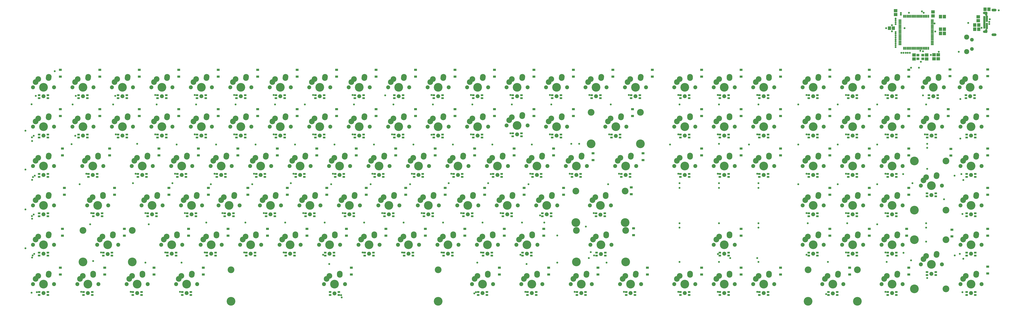
<source format=gbr>
G04 EAGLE Gerber RS-274X export*
G75*
%MOMM*%
%FSLAX34Y34*%
%LPD*%
%INSoldermask Bottom*%
%IPPOS*%
%AMOC8*
5,1,8,0,0,1.08239X$1,22.5*%
G01*
%ADD10C,4.203200*%
%ADD11C,1.903200*%
%ADD12C,2.743200*%
%ADD13R,1.203200X0.953200*%
%ADD14C,3.253200*%
%ADD15R,1.423200X1.113200*%
%ADD16R,1.703200X1.503200*%
%ADD17R,1.503200X1.703200*%
%ADD18P,1.869504X8X292.500000*%
%ADD19C,2.451100*%
%ADD20R,1.803200X1.503200*%
%ADD21R,1.503200X1.803200*%
%ADD22R,1.403200X1.303200*%
%ADD23R,0.762000X1.397000*%
%ADD24R,1.397000X0.762000*%
%ADD25R,1.003200X0.503200*%
%ADD26C,1.303200*%
%ADD27C,1.211200*%
%ADD28C,1.061200*%
%ADD29C,0.959600*%


D10*
X1970200Y869000D03*
D11*
X1919400Y869000D03*
X2021000Y869000D03*
D12*
X1932100Y894400D03*
X1995600Y919800D03*
X1945200Y909000D03*
X1995200Y914000D03*
D13*
X1991200Y831250D03*
X1949200Y831250D03*
X1949200Y816750D03*
X1991200Y816750D03*
D11*
X1970200Y825820D03*
D10*
X255700Y869000D03*
D11*
X204900Y869000D03*
X306500Y869000D03*
D12*
X217600Y894400D03*
X281100Y919800D03*
X230700Y909000D03*
X280700Y914000D03*
D13*
X276700Y831250D03*
X234700Y831250D03*
X234700Y816750D03*
X276700Y816750D03*
D11*
X255700Y825820D03*
D10*
X446200Y869000D03*
D11*
X395400Y869000D03*
X497000Y869000D03*
D12*
X408100Y894400D03*
X471600Y919800D03*
X421200Y909000D03*
X471200Y914000D03*
D13*
X467200Y831250D03*
X425200Y831250D03*
X425200Y816750D03*
X467200Y816750D03*
D11*
X446200Y825820D03*
D10*
X636700Y869000D03*
D11*
X585900Y869000D03*
X687500Y869000D03*
D12*
X598600Y894400D03*
X662100Y919800D03*
X611700Y909000D03*
X661700Y914000D03*
D13*
X657700Y831250D03*
X615700Y831250D03*
X615700Y816750D03*
X657700Y816750D03*
D11*
X636700Y825820D03*
D10*
X827200Y869000D03*
D11*
X776400Y869000D03*
X878000Y869000D03*
D12*
X789100Y894400D03*
X852600Y919800D03*
X802200Y909000D03*
X852200Y914000D03*
D13*
X848200Y831250D03*
X806200Y831250D03*
X806200Y816750D03*
X848200Y816750D03*
D11*
X827200Y825820D03*
D10*
X1017700Y869000D03*
D11*
X966900Y869000D03*
X1068500Y869000D03*
D12*
X979600Y894400D03*
X1043100Y919800D03*
X992700Y909000D03*
X1042700Y914000D03*
D13*
X1038700Y831250D03*
X996700Y831250D03*
X996700Y816750D03*
X1038700Y816750D03*
D11*
X1017700Y825820D03*
D10*
X1208200Y869000D03*
D11*
X1157400Y869000D03*
X1259000Y869000D03*
D12*
X1170100Y894400D03*
X1233600Y919800D03*
X1183200Y909000D03*
X1233200Y914000D03*
D13*
X1229200Y831250D03*
X1187200Y831250D03*
X1187200Y816750D03*
X1229200Y816750D03*
D11*
X1208200Y825820D03*
D10*
X1398700Y869000D03*
D11*
X1347900Y869000D03*
X1449500Y869000D03*
D12*
X1360600Y894400D03*
X1424100Y919800D03*
X1373700Y909000D03*
X1423700Y914000D03*
D13*
X1419700Y831250D03*
X1377700Y831250D03*
X1377700Y816750D03*
X1419700Y816750D03*
D11*
X1398700Y825820D03*
D10*
X1589200Y869000D03*
D11*
X1538400Y869000D03*
X1640000Y869000D03*
D12*
X1551100Y894400D03*
X1614600Y919800D03*
X1564200Y909000D03*
X1614200Y914000D03*
D13*
X1610200Y831250D03*
X1568200Y831250D03*
X1568200Y816750D03*
X1610200Y816750D03*
D11*
X1589200Y825820D03*
D10*
X1779700Y869000D03*
D11*
X1728900Y869000D03*
X1830500Y869000D03*
D12*
X1741600Y894400D03*
X1805100Y919800D03*
X1754700Y909000D03*
X1804700Y914000D03*
D13*
X1800700Y831250D03*
X1758700Y831250D03*
X1758700Y816750D03*
X1800700Y816750D03*
D11*
X1779700Y825820D03*
D10*
X398600Y488000D03*
D11*
X347800Y488000D03*
X449400Y488000D03*
D12*
X360500Y513400D03*
X424000Y538800D03*
X373600Y528000D03*
X423600Y533000D03*
D13*
X419600Y450250D03*
X377600Y450250D03*
X377600Y435750D03*
X419600Y435750D03*
D11*
X398600Y444820D03*
D10*
X565300Y107000D03*
D11*
X514500Y107000D03*
X616100Y107000D03*
D12*
X527200Y132400D03*
X590700Y157800D03*
X540300Y147000D03*
X590300Y152000D03*
D13*
X586300Y69250D03*
X544300Y69250D03*
X544300Y54750D03*
X586300Y54750D03*
D11*
X565300Y63820D03*
D10*
X1994000Y107000D03*
D11*
X1943200Y107000D03*
X2044800Y107000D03*
D12*
X1955900Y132400D03*
X2019400Y157800D03*
X1969000Y147000D03*
X2019000Y152000D03*
D13*
X2015000Y69250D03*
X1973000Y69250D03*
X1973000Y54750D03*
X2015000Y54750D03*
D11*
X1994000Y63820D03*
D10*
X1255800Y297500D03*
D11*
X1205000Y297500D03*
X1306600Y297500D03*
D12*
X1217700Y322900D03*
X1281200Y348300D03*
X1230800Y337500D03*
X1280800Y342500D03*
D13*
X1276800Y259750D03*
X1234800Y259750D03*
X1234800Y245250D03*
X1276800Y245250D03*
D11*
X1255800Y254320D03*
D10*
X2684600Y678500D03*
D11*
X2633800Y678500D03*
X2735400Y678500D03*
D12*
X2646500Y703900D03*
X2710000Y729300D03*
X2659600Y718500D03*
X2709600Y723500D03*
D13*
X2705600Y640750D03*
X2663600Y640750D03*
X2663600Y626250D03*
X2705600Y626250D03*
D11*
X2684600Y635320D03*
D10*
X3589500Y1059500D03*
D11*
X3538700Y1059500D03*
X3640300Y1059500D03*
D12*
X3551400Y1084900D03*
X3614900Y1110300D03*
X3564500Y1099500D03*
X3614500Y1104500D03*
D13*
X3610500Y1021750D03*
X3568500Y1021750D03*
X3568500Y1007250D03*
X3610500Y1007250D03*
D11*
X3589500Y1016320D03*
D10*
X2637000Y869000D03*
D11*
X2586200Y869000D03*
X2687800Y869000D03*
D14*
X2518000Y939000D03*
X2756000Y939000D03*
D10*
X2518000Y786600D03*
X2756000Y786600D03*
D12*
X2598900Y894400D03*
X2662400Y919800D03*
X2612000Y909000D03*
X2662000Y914000D03*
D13*
X2658000Y831250D03*
X2616000Y831250D03*
X2616000Y816750D03*
X2658000Y816750D03*
D11*
X2637000Y824550D03*
D10*
X4351500Y107000D03*
D11*
X4300700Y107000D03*
X4402300Y107000D03*
D12*
X4313400Y132400D03*
X4376900Y157800D03*
X4326500Y147000D03*
X4376500Y152000D03*
D13*
X4372500Y69250D03*
X4330500Y69250D03*
X4330500Y54750D03*
X4372500Y54750D03*
D11*
X4351500Y63820D03*
D10*
X874800Y297500D03*
D11*
X824000Y297500D03*
X925600Y297500D03*
D12*
X836700Y322900D03*
X900200Y348300D03*
X849800Y337500D03*
X899800Y342500D03*
D13*
X895800Y259750D03*
X853800Y259750D03*
X853800Y245250D03*
X895800Y245250D03*
D11*
X874800Y254320D03*
D10*
X136600Y488000D03*
D11*
X85800Y488000D03*
X187400Y488000D03*
D12*
X98500Y513400D03*
X162000Y538800D03*
X111600Y528000D03*
X161600Y533000D03*
D13*
X157600Y450250D03*
X115600Y450250D03*
X115600Y435750D03*
X157600Y435750D03*
D11*
X136600Y444820D03*
D10*
X1827300Y297500D03*
D11*
X1776500Y297500D03*
X1878100Y297500D03*
D12*
X1789200Y322900D03*
X1852700Y348300D03*
X1802300Y337500D03*
X1852300Y342500D03*
D13*
X1848300Y259750D03*
X1806300Y259750D03*
X1806300Y245250D03*
X1848300Y245250D03*
D11*
X1827300Y254320D03*
D10*
X89000Y107000D03*
D11*
X38200Y107000D03*
X139800Y107000D03*
D12*
X50900Y132400D03*
X114400Y157800D03*
X64000Y147000D03*
X114000Y152000D03*
D13*
X110000Y69250D03*
X68000Y69250D03*
X68000Y54750D03*
X110000Y54750D03*
D11*
X89000Y63820D03*
D10*
X2708400Y107000D03*
D11*
X2657600Y107000D03*
X2759200Y107000D03*
D12*
X2670300Y132400D03*
X2733800Y157800D03*
X2683400Y147000D03*
X2733400Y152000D03*
D13*
X2729400Y69250D03*
X2687400Y69250D03*
X2687400Y54750D03*
X2729400Y54750D03*
D11*
X2708400Y63820D03*
D10*
X770367Y487998D03*
D11*
X719567Y487998D03*
X821167Y487998D03*
D12*
X732267Y513398D03*
X795767Y538798D03*
X745367Y527998D03*
X795367Y532998D03*
D13*
X791367Y450248D03*
X749367Y450248D03*
X749367Y435748D03*
X791367Y435748D03*
D11*
X770367Y444818D03*
D15*
X2051300Y953750D03*
X2051300Y921050D03*
X336800Y953750D03*
X336800Y921050D03*
X527300Y953750D03*
X527300Y921050D03*
X717800Y953750D03*
X717800Y921050D03*
X908300Y953750D03*
X908300Y921050D03*
X1098800Y953750D03*
X1098800Y921050D03*
X1289300Y953750D03*
X1289300Y921050D03*
X1479800Y953750D03*
X1479800Y921050D03*
X1670300Y953750D03*
X1670300Y921050D03*
X1860800Y953750D03*
X1860800Y921050D03*
X479700Y572750D03*
X479700Y540050D03*
X646400Y186670D03*
X646400Y153970D03*
X2075100Y186670D03*
X2075100Y153970D03*
D10*
X2160700Y875000D03*
D11*
X2109900Y875000D03*
X2211500Y875000D03*
D12*
X2122600Y900400D03*
X2186100Y925800D03*
X2135700Y915000D03*
X2185700Y920000D03*
D13*
X2181700Y837250D03*
X2139700Y837250D03*
X2139700Y822750D03*
X2181700Y822750D03*
D11*
X2160700Y831820D03*
D15*
X1336900Y374630D03*
X1336900Y341930D03*
X2768240Y740390D03*
X2768240Y707690D03*
X3670600Y1144250D03*
X3670600Y1111550D03*
X2718100Y953750D03*
X2718100Y921050D03*
X4432600Y191750D03*
X4432600Y159050D03*
X955900Y374630D03*
X955900Y341930D03*
X217700Y572750D03*
X217700Y540050D03*
X1908400Y374630D03*
X1908400Y341930D03*
X170100Y186670D03*
X170100Y153970D03*
X2789500Y186670D03*
X2789500Y153970D03*
X860700Y572750D03*
X860700Y540050D03*
X2241800Y953750D03*
X2241800Y921050D03*
X3051400Y763250D03*
X3051400Y730550D03*
X4432600Y374630D03*
X4432600Y341930D03*
X3241900Y186670D03*
X3241900Y153970D03*
X813100Y763250D03*
X813100Y730550D03*
D10*
X2970300Y678500D03*
D11*
X2919500Y678500D03*
X3021100Y678500D03*
D12*
X2932200Y703900D03*
X2995700Y729300D03*
X2945300Y718500D03*
X2995300Y723500D03*
D13*
X2991300Y640750D03*
X2949300Y640750D03*
X2949300Y626250D03*
X2991300Y626250D03*
D11*
X2970300Y635320D03*
D10*
X4351500Y297500D03*
D11*
X4300700Y297500D03*
X4402300Y297500D03*
D12*
X4313400Y322900D03*
X4376900Y348300D03*
X4326500Y337500D03*
X4376500Y342500D03*
D13*
X4372500Y259750D03*
X4330500Y259750D03*
X4330500Y245250D03*
X4372500Y245250D03*
D11*
X4351500Y254320D03*
D15*
X3241900Y763250D03*
X3241900Y730550D03*
X2711980Y575290D03*
X2711980Y542590D03*
X4259880Y370870D03*
X4259880Y338170D03*
X2432300Y953750D03*
X2432300Y921050D03*
X4254800Y762030D03*
X4254800Y729330D03*
X146300Y1144250D03*
X146300Y1111550D03*
X1051200Y572750D03*
X1051200Y540050D03*
X336800Y1144250D03*
X336800Y1111550D03*
X2051300Y1144250D03*
X2051300Y1111550D03*
X2241800Y1144250D03*
X2241800Y1111550D03*
X2432300Y1144250D03*
X2432300Y1111550D03*
X527300Y1144250D03*
X527300Y1111550D03*
X717800Y1144250D03*
X717800Y1111550D03*
X908300Y1144250D03*
X908300Y1111550D03*
X1098800Y1144250D03*
X1098800Y1111550D03*
X1289300Y1144250D03*
X1289300Y1111550D03*
X1479800Y1144250D03*
X1479800Y1111550D03*
X1670300Y1144250D03*
X1670300Y1111550D03*
X1860800Y1144250D03*
X1860800Y1111550D03*
X1241700Y572750D03*
X1241700Y540050D03*
X146300Y953750D03*
X146300Y921050D03*
X1432200Y572750D03*
X1432200Y540050D03*
X3241900Y953750D03*
X3241900Y921050D03*
X1765600Y763250D03*
X1765600Y730550D03*
X3051400Y953750D03*
X3051400Y921050D03*
X1622700Y572750D03*
X1622700Y540050D03*
X1813200Y572750D03*
X1813200Y540050D03*
X3765800Y186670D03*
X3765800Y153970D03*
X3670600Y374630D03*
X3670600Y341930D03*
X3861100Y374630D03*
X3861100Y341930D03*
X4041440Y374630D03*
X4041440Y341930D03*
X3670600Y572750D03*
X3670600Y540050D03*
X4432600Y763250D03*
X4432600Y730550D03*
X3861100Y572750D03*
X3861100Y540050D03*
X4051600Y572750D03*
X4051600Y540050D03*
X4432600Y572750D03*
X4432600Y540050D03*
X3670600Y763250D03*
X3670600Y730550D03*
X3861100Y763250D03*
X3861100Y730550D03*
X4051600Y763250D03*
X4051600Y730550D03*
X4051600Y953750D03*
X4051600Y921050D03*
X4242100Y953750D03*
X4242100Y921050D03*
X4051600Y186670D03*
X4051600Y153970D03*
X3861100Y953750D03*
X3861100Y921050D03*
X2003700Y572750D03*
X2003700Y540050D03*
X2337100Y763250D03*
X2337100Y730550D03*
X3051400Y186670D03*
X3051400Y153970D03*
X1717900Y374630D03*
X1717900Y341930D03*
X2551400Y186670D03*
X2551400Y153970D03*
X1527400Y374630D03*
X1527400Y341930D03*
X4051600Y1144250D03*
X4051600Y1111550D03*
X3670600Y953750D03*
X3670600Y921050D03*
X1956100Y763250D03*
X1956100Y730550D03*
D10*
X3160800Y107000D03*
D11*
X3110000Y107000D03*
X3211600Y107000D03*
D12*
X3122700Y132400D03*
X3186200Y157800D03*
X3135800Y147000D03*
X3185800Y152000D03*
D13*
X3181800Y69250D03*
X3139800Y69250D03*
X3139800Y54750D03*
X3181800Y54750D03*
D11*
X3160800Y63820D03*
D15*
X2146600Y763250D03*
X2146600Y730550D03*
X3432400Y1144250D03*
X3432400Y1111550D03*
X3861100Y1144250D03*
X3861100Y1111550D03*
X2098900Y374630D03*
X2098900Y341930D03*
X3432400Y763250D03*
X3432400Y730550D03*
X3432400Y953750D03*
X3432400Y921050D03*
X3051400Y1144250D03*
X3051400Y1111550D03*
X432100Y763250D03*
X432100Y730550D03*
X2384700Y572750D03*
X2384700Y540050D03*
X1003600Y763250D03*
X1003600Y730550D03*
X2527600Y740390D03*
X2527600Y707690D03*
X3432400Y186670D03*
X3432400Y153970D03*
X670200Y572750D03*
X670200Y540050D03*
X3241900Y1144250D03*
X3241900Y1111550D03*
X2194200Y572750D03*
X2194200Y540050D03*
X265400Y374630D03*
X265400Y341930D03*
X2722800Y377170D03*
X2722800Y344470D03*
X2289400Y374630D03*
X2289400Y341930D03*
X1360700Y186670D03*
X1360700Y153970D03*
X1194100Y763250D03*
X1194100Y730550D03*
X193900Y763250D03*
X193900Y730550D03*
X1575100Y763250D03*
X1575100Y730550D03*
X4432600Y953750D03*
X4432600Y921050D03*
X3241900Y374630D03*
X3241900Y341930D03*
X1146400Y374630D03*
X1146400Y341930D03*
X2622800Y1144250D03*
X2622800Y1111550D03*
X2813300Y1144250D03*
X2813300Y1111550D03*
X622600Y763250D03*
X622600Y730550D03*
X408200Y186670D03*
X408200Y153970D03*
X2313200Y186670D03*
X2313200Y153970D03*
X765400Y374630D03*
X765400Y341930D03*
X1384600Y763250D03*
X1384600Y730550D03*
X574900Y374630D03*
X574900Y341930D03*
D10*
X732000Y678500D03*
D11*
X681200Y678500D03*
X782800Y678500D03*
D12*
X693900Y703900D03*
X757400Y729300D03*
X707000Y718500D03*
X757000Y723500D03*
D13*
X753000Y640750D03*
X711000Y640750D03*
X711000Y626250D03*
X753000Y626250D03*
D11*
X732000Y635320D03*
D10*
X3160800Y678500D03*
D11*
X3110000Y678500D03*
X3211600Y678500D03*
D12*
X3122700Y703900D03*
X3186200Y729300D03*
X3135800Y718500D03*
X3185800Y723500D03*
D13*
X3181800Y640750D03*
X3139800Y640750D03*
X3139800Y626250D03*
X3181800Y626250D03*
D11*
X3160800Y635320D03*
D10*
X2351200Y869000D03*
D11*
X2300400Y869000D03*
X2402000Y869000D03*
D12*
X2313100Y894400D03*
X2376600Y919800D03*
X2326200Y909000D03*
X2376200Y914000D03*
D13*
X2372200Y831250D03*
X2330200Y831250D03*
X2330200Y816750D03*
X2372200Y816750D03*
D11*
X2351200Y825820D03*
D10*
X65200Y1059500D03*
D11*
X14400Y1059500D03*
X116000Y1059500D03*
D12*
X27100Y1084900D03*
X90600Y1110300D03*
X40200Y1099500D03*
X90200Y1104500D03*
D13*
X86200Y1021750D03*
X44200Y1021750D03*
X44200Y1007250D03*
X86200Y1007250D03*
D11*
X65200Y1016320D03*
D10*
X970100Y488000D03*
D11*
X919300Y488000D03*
X1020900Y488000D03*
D12*
X932000Y513400D03*
X995500Y538800D03*
X945100Y528000D03*
X995100Y533000D03*
D13*
X991100Y450250D03*
X949100Y450250D03*
X949100Y435750D03*
X991100Y435750D03*
D11*
X970100Y444820D03*
D10*
X255700Y1059500D03*
D11*
X204900Y1059500D03*
X306500Y1059500D03*
D12*
X217600Y1084900D03*
X281100Y1110300D03*
X230700Y1099500D03*
X280700Y1104500D03*
D13*
X276700Y1021750D03*
X234700Y1021750D03*
X234700Y1007250D03*
X276700Y1007250D03*
D11*
X255700Y1016320D03*
D10*
X1970200Y1059500D03*
D11*
X1919400Y1059500D03*
X2021000Y1059500D03*
D12*
X1932100Y1084900D03*
X1995600Y1110300D03*
X1945200Y1099500D03*
X1995200Y1104500D03*
D13*
X1991200Y1021750D03*
X1949200Y1021750D03*
X1949200Y1007250D03*
X1991200Y1007250D03*
D11*
X1970200Y1016320D03*
D10*
X2160700Y1059500D03*
D11*
X2109900Y1059500D03*
X2211500Y1059500D03*
D12*
X2122600Y1084900D03*
X2186100Y1110300D03*
X2135700Y1099500D03*
X2185700Y1104500D03*
D13*
X2181700Y1021750D03*
X2139700Y1021750D03*
X2139700Y1007250D03*
X2181700Y1007250D03*
D11*
X2160700Y1016320D03*
D10*
X2351200Y1059500D03*
D11*
X2300400Y1059500D03*
X2402000Y1059500D03*
D12*
X2313100Y1084900D03*
X2376600Y1110300D03*
X2326200Y1099500D03*
X2376200Y1104500D03*
D13*
X2372200Y1021750D03*
X2330200Y1021750D03*
X2330200Y1007250D03*
X2372200Y1007250D03*
D11*
X2351200Y1016320D03*
D10*
X446200Y1059500D03*
D11*
X395400Y1059500D03*
X497000Y1059500D03*
D12*
X408100Y1084900D03*
X471600Y1110300D03*
X421200Y1099500D03*
X471200Y1104500D03*
D13*
X467200Y1021750D03*
X425200Y1021750D03*
X425200Y1007250D03*
X467200Y1007250D03*
D11*
X446200Y1016320D03*
D10*
X636700Y1059500D03*
D11*
X585900Y1059500D03*
X687500Y1059500D03*
D12*
X598600Y1084900D03*
X662100Y1110300D03*
X611700Y1099500D03*
X661700Y1104500D03*
D13*
X657700Y1021750D03*
X615700Y1021750D03*
X615700Y1007250D03*
X657700Y1007250D03*
D11*
X636700Y1016320D03*
D10*
X827200Y1059500D03*
D11*
X776400Y1059500D03*
X878000Y1059500D03*
D12*
X789100Y1084900D03*
X852600Y1110300D03*
X802200Y1099500D03*
X852200Y1104500D03*
D13*
X848200Y1021750D03*
X806200Y1021750D03*
X806200Y1007250D03*
X848200Y1007250D03*
D11*
X827200Y1016320D03*
D10*
X1017700Y1059500D03*
D11*
X966900Y1059500D03*
X1068500Y1059500D03*
D12*
X979600Y1084900D03*
X1043100Y1110300D03*
X992700Y1099500D03*
X1042700Y1104500D03*
D13*
X1038700Y1021750D03*
X996700Y1021750D03*
X996700Y1007250D03*
X1038700Y1007250D03*
D11*
X1017700Y1016320D03*
D10*
X1208200Y1059500D03*
D11*
X1157400Y1059500D03*
X1259000Y1059500D03*
D12*
X1170100Y1084900D03*
X1233600Y1110300D03*
X1183200Y1099500D03*
X1233200Y1104500D03*
D13*
X1229200Y1021750D03*
X1187200Y1021750D03*
X1187200Y1007250D03*
X1229200Y1007250D03*
D11*
X1208200Y1016320D03*
D10*
X1398700Y1059500D03*
D11*
X1347900Y1059500D03*
X1449500Y1059500D03*
D12*
X1360600Y1084900D03*
X1424100Y1110300D03*
X1373700Y1099500D03*
X1423700Y1104500D03*
D13*
X1419700Y1021750D03*
X1377700Y1021750D03*
X1377700Y1007250D03*
X1419700Y1007250D03*
D11*
X1398700Y1016320D03*
D10*
X1589200Y1059500D03*
D11*
X1538400Y1059500D03*
X1640000Y1059500D03*
D12*
X1551100Y1084900D03*
X1614600Y1110300D03*
X1564200Y1099500D03*
X1614200Y1104500D03*
D13*
X1610200Y1021750D03*
X1568200Y1021750D03*
X1568200Y1007250D03*
X1610200Y1007250D03*
D11*
X1589200Y1016320D03*
D10*
X1779700Y1059500D03*
D11*
X1728900Y1059500D03*
X1830500Y1059500D03*
D12*
X1741600Y1084900D03*
X1805100Y1110300D03*
X1754700Y1099500D03*
X1804700Y1104500D03*
D13*
X1800700Y1021750D03*
X1758700Y1021750D03*
X1758700Y1007250D03*
X1800700Y1007250D03*
D11*
X1779700Y1016320D03*
D10*
X1160600Y488000D03*
D11*
X1109800Y488000D03*
X1211400Y488000D03*
D12*
X1122500Y513400D03*
X1186000Y538800D03*
X1135600Y528000D03*
X1185600Y533000D03*
D13*
X1181600Y450250D03*
X1139600Y450250D03*
X1139600Y435750D03*
X1181600Y435750D03*
D11*
X1160600Y444820D03*
D10*
X65200Y869000D03*
D11*
X14400Y869000D03*
X116000Y869000D03*
D12*
X27100Y894400D03*
X90600Y919800D03*
X40200Y909000D03*
X90200Y914000D03*
D13*
X86200Y831250D03*
X44200Y831250D03*
X44200Y816750D03*
X86200Y816750D03*
D11*
X65200Y825820D03*
D10*
X1351100Y488000D03*
D11*
X1300300Y488000D03*
X1401900Y488000D03*
D12*
X1313000Y513400D03*
X1376500Y538800D03*
X1326100Y528000D03*
X1376100Y533000D03*
D13*
X1372100Y450250D03*
X1330100Y450250D03*
X1330100Y435750D03*
X1372100Y435750D03*
D11*
X1351100Y444820D03*
D10*
X3160800Y869000D03*
D11*
X3110000Y869000D03*
X3211600Y869000D03*
D12*
X3122700Y894400D03*
X3186200Y919800D03*
X3135800Y909000D03*
X3185800Y914000D03*
D13*
X3181800Y831250D03*
X3139800Y831250D03*
X3139800Y816750D03*
X3181800Y816750D03*
D11*
X3160800Y825820D03*
D10*
X1684500Y678500D03*
D11*
X1633700Y678500D03*
X1735300Y678500D03*
D12*
X1646400Y703900D03*
X1709900Y729300D03*
X1659500Y718500D03*
X1709500Y723500D03*
D13*
X1705500Y640750D03*
X1663500Y640750D03*
X1663500Y626250D03*
X1705500Y626250D03*
D11*
X1684500Y635320D03*
D10*
X2970300Y869000D03*
D11*
X2919500Y869000D03*
X3021100Y869000D03*
D12*
X2932200Y894400D03*
X2995700Y919800D03*
X2945300Y909000D03*
X2995300Y914000D03*
D13*
X2991300Y831250D03*
X2949300Y831250D03*
X2949300Y816750D03*
X2991300Y816750D03*
D11*
X2970300Y825820D03*
D10*
X1541600Y488000D03*
D11*
X1490800Y488000D03*
X1592400Y488000D03*
D12*
X1503500Y513400D03*
X1567000Y538800D03*
X1516600Y528000D03*
X1566600Y533000D03*
D13*
X1562600Y450250D03*
X1520600Y450250D03*
X1520600Y435750D03*
X1562600Y435750D03*
D11*
X1541600Y444820D03*
D10*
X1732100Y488000D03*
D11*
X1681300Y488000D03*
X1782900Y488000D03*
D12*
X1694000Y513400D03*
X1757500Y538800D03*
X1707100Y528000D03*
X1757100Y533000D03*
D13*
X1753100Y450250D03*
X1711100Y450250D03*
X1711100Y435750D03*
X1753100Y435750D03*
D11*
X1732100Y444820D03*
D10*
X3684700Y107000D03*
D11*
X3633900Y107000D03*
X3735500Y107000D03*
D14*
X3565700Y177000D03*
X3803700Y177000D03*
D10*
X3565700Y24600D03*
X3803700Y24600D03*
D12*
X3646600Y132400D03*
X3710100Y157800D03*
X3659700Y147000D03*
X3709700Y152000D03*
D13*
X3705700Y69250D03*
X3663700Y69250D03*
X3663700Y54750D03*
X3705700Y54750D03*
D11*
X3684700Y62550D03*
D10*
X3589500Y297500D03*
D11*
X3538700Y297500D03*
X3640300Y297500D03*
D12*
X3551400Y322900D03*
X3614900Y348300D03*
X3564500Y337500D03*
X3614500Y342500D03*
D13*
X3610500Y259750D03*
X3568500Y259750D03*
X3568500Y245250D03*
X3610500Y245250D03*
D11*
X3589500Y254320D03*
D10*
X3780000Y297500D03*
D11*
X3729200Y297500D03*
X3830800Y297500D03*
D12*
X3741900Y322900D03*
X3805400Y348300D03*
X3755000Y337500D03*
X3805000Y342500D03*
D13*
X3801000Y259750D03*
X3759000Y259750D03*
X3759000Y245250D03*
X3801000Y245250D03*
D11*
X3780000Y254320D03*
D10*
X3970500Y297500D03*
D11*
X3919700Y297500D03*
X4021300Y297500D03*
D12*
X3932400Y322900D03*
X3995900Y348300D03*
X3945500Y337500D03*
X3995500Y342500D03*
D13*
X3991500Y259750D03*
X3949500Y259750D03*
X3949500Y245250D03*
X3991500Y245250D03*
D11*
X3970500Y254320D03*
D10*
X3589500Y488000D03*
D11*
X3538700Y488000D03*
X3640300Y488000D03*
D12*
X3551400Y513400D03*
X3614900Y538800D03*
X3564500Y528000D03*
X3614500Y533000D03*
D13*
X3610500Y450250D03*
X3568500Y450250D03*
X3568500Y435750D03*
X3610500Y435750D03*
D11*
X3589500Y444820D03*
D10*
X4351500Y678500D03*
D11*
X4300700Y678500D03*
X4402300Y678500D03*
D12*
X4313400Y703900D03*
X4376900Y729300D03*
X4326500Y718500D03*
X4376500Y723500D03*
D13*
X4372500Y640750D03*
X4330500Y640750D03*
X4330500Y626250D03*
X4372500Y626250D03*
D11*
X4351500Y635320D03*
D10*
X3780000Y488000D03*
D11*
X3729200Y488000D03*
X3830800Y488000D03*
D12*
X3741900Y513400D03*
X3805400Y538800D03*
X3755000Y528000D03*
X3805000Y533000D03*
D13*
X3801000Y450250D03*
X3759000Y450250D03*
X3759000Y435750D03*
X3801000Y435750D03*
D11*
X3780000Y444820D03*
D10*
X3970500Y488000D03*
D11*
X3919700Y488000D03*
X4021300Y488000D03*
D12*
X3932400Y513400D03*
X3995900Y538800D03*
X3945500Y528000D03*
X3995500Y533000D03*
D13*
X3991500Y450250D03*
X3949500Y450250D03*
X3949500Y435750D03*
X3991500Y435750D03*
D11*
X3970500Y444820D03*
D10*
X4351500Y488000D03*
D11*
X4300700Y488000D03*
X4402300Y488000D03*
D12*
X4313400Y513400D03*
X4376900Y538800D03*
X4326500Y528000D03*
X4376500Y533000D03*
D13*
X4372500Y450250D03*
X4330500Y450250D03*
X4330500Y435750D03*
X4372500Y435750D03*
D11*
X4351500Y444820D03*
D10*
X3589500Y678500D03*
D11*
X3538700Y678500D03*
X3640300Y678500D03*
D12*
X3551400Y703900D03*
X3614900Y729300D03*
X3564500Y718500D03*
X3614500Y723500D03*
D13*
X3610500Y640750D03*
X3568500Y640750D03*
X3568500Y626250D03*
X3610500Y626250D03*
D11*
X3589500Y635320D03*
D10*
X3780000Y678500D03*
D11*
X3729200Y678500D03*
X3830800Y678500D03*
D12*
X3741900Y703900D03*
X3805400Y729300D03*
X3755000Y718500D03*
X3805000Y723500D03*
D13*
X3801000Y640750D03*
X3759000Y640750D03*
X3759000Y626250D03*
X3801000Y626250D03*
D11*
X3780000Y635320D03*
D10*
X3970500Y678500D03*
D11*
X3919700Y678500D03*
X4021300Y678500D03*
D12*
X3932400Y703900D03*
X3995900Y729300D03*
X3945500Y718500D03*
X3995500Y723500D03*
D13*
X3991500Y640750D03*
X3949500Y640750D03*
X3949500Y626250D03*
X3991500Y626250D03*
D11*
X3970500Y635320D03*
D10*
X3970500Y869000D03*
D11*
X3919700Y869000D03*
X4021300Y869000D03*
D12*
X3932400Y894400D03*
X3995900Y919800D03*
X3945500Y909000D03*
X3995500Y914000D03*
D13*
X3991500Y831250D03*
X3949500Y831250D03*
X3949500Y816750D03*
X3991500Y816750D03*
D11*
X3970500Y825820D03*
D10*
X4161000Y869000D03*
D11*
X4110200Y869000D03*
X4211800Y869000D03*
D12*
X4122900Y894400D03*
X4186400Y919800D03*
X4136000Y909000D03*
X4186000Y914000D03*
D13*
X4182000Y831250D03*
X4140000Y831250D03*
X4140000Y816750D03*
X4182000Y816750D03*
D11*
X4161000Y825820D03*
D10*
X3970500Y107000D03*
D11*
X3919700Y107000D03*
X4021300Y107000D03*
D12*
X3932400Y132400D03*
X3995900Y157800D03*
X3945500Y147000D03*
X3995500Y152000D03*
D13*
X3991500Y69250D03*
X3949500Y69250D03*
X3949500Y54750D03*
X3991500Y54750D03*
D11*
X3970500Y63820D03*
D10*
X3780000Y869000D03*
D11*
X3729200Y869000D03*
X3830800Y869000D03*
D12*
X3741900Y894400D03*
X3805400Y919800D03*
X3755000Y909000D03*
X3805000Y914000D03*
D13*
X3801000Y831250D03*
X3759000Y831250D03*
X3759000Y816750D03*
X3801000Y816750D03*
D11*
X3780000Y825820D03*
D10*
X1922600Y488000D03*
D11*
X1871800Y488000D03*
X1973400Y488000D03*
D12*
X1884500Y513400D03*
X1948000Y538800D03*
X1897600Y528000D03*
X1947600Y533000D03*
D13*
X1943600Y450250D03*
X1901600Y450250D03*
X1901600Y435750D03*
X1943600Y435750D03*
D11*
X1922600Y444820D03*
D10*
X2256000Y678500D03*
D11*
X2205200Y678500D03*
X2306800Y678500D03*
D12*
X2217900Y703900D03*
X2281400Y729300D03*
X2231000Y718500D03*
X2281000Y723500D03*
D13*
X2277000Y640750D03*
X2235000Y640750D03*
X2235000Y626250D03*
X2277000Y626250D03*
D11*
X2256000Y635320D03*
D10*
X2970300Y107000D03*
D11*
X2919500Y107000D03*
X3021100Y107000D03*
D12*
X2932200Y132400D03*
X2995700Y157800D03*
X2945300Y147000D03*
X2995300Y152000D03*
D13*
X2991300Y69250D03*
X2949300Y69250D03*
X2949300Y54750D03*
X2991300Y54750D03*
D11*
X2970300Y63820D03*
D10*
X1636800Y297500D03*
D11*
X1586000Y297500D03*
X1687600Y297500D03*
D12*
X1598700Y322900D03*
X1662200Y348300D03*
X1611800Y337500D03*
X1661800Y342500D03*
D13*
X1657800Y259750D03*
X1615800Y259750D03*
X1615800Y245250D03*
X1657800Y245250D03*
D11*
X1636800Y254320D03*
D10*
X2470300Y107000D03*
D11*
X2419500Y107000D03*
X2521100Y107000D03*
D12*
X2432200Y132400D03*
X2495700Y157800D03*
X2445300Y147000D03*
X2495300Y152000D03*
D13*
X2491300Y69250D03*
X2449300Y69250D03*
X2449300Y54750D03*
X2491300Y54750D03*
D11*
X2470300Y63820D03*
D10*
X1446300Y297500D03*
D11*
X1395500Y297500D03*
X1497100Y297500D03*
D12*
X1408200Y322900D03*
X1471700Y348300D03*
X1421300Y337500D03*
X1471300Y342500D03*
D13*
X1467300Y259750D03*
X1425300Y259750D03*
X1425300Y245250D03*
X1467300Y245250D03*
D11*
X1446300Y254320D03*
D10*
X3970500Y1059500D03*
D11*
X3919700Y1059500D03*
X4021300Y1059500D03*
D12*
X3932400Y1084900D03*
X3995900Y1110300D03*
X3945500Y1099500D03*
X3995500Y1104500D03*
D13*
X3991500Y1021750D03*
X3949500Y1021750D03*
X3949500Y1007250D03*
X3991500Y1007250D03*
D11*
X3970500Y1016320D03*
D10*
X3589500Y869000D03*
D11*
X3538700Y869000D03*
X3640300Y869000D03*
D12*
X3551400Y894400D03*
X3614900Y919800D03*
X3564500Y909000D03*
X3614500Y914000D03*
D13*
X3610500Y831250D03*
X3568500Y831250D03*
X3568500Y816750D03*
X3610500Y816750D03*
D11*
X3589500Y825820D03*
D10*
X1875000Y678500D03*
D11*
X1824200Y678500D03*
X1925800Y678500D03*
D12*
X1836900Y703900D03*
X1900400Y729300D03*
X1850000Y718500D03*
X1900000Y723500D03*
D13*
X1896000Y640750D03*
X1854000Y640750D03*
X1854000Y626250D03*
X1896000Y626250D03*
D11*
X1875000Y635320D03*
D10*
X2065500Y678500D03*
D11*
X2014700Y678500D03*
X2116300Y678500D03*
D12*
X2027400Y703900D03*
X2090900Y729300D03*
X2040500Y718500D03*
X2090500Y723500D03*
D13*
X2086500Y640750D03*
X2044500Y640750D03*
X2044500Y626250D03*
X2086500Y626250D03*
D11*
X2065500Y635320D03*
D10*
X3351300Y1059500D03*
D11*
X3300500Y1059500D03*
X3402100Y1059500D03*
D12*
X3313200Y1084900D03*
X3376700Y1110300D03*
X3326300Y1099500D03*
X3376300Y1104500D03*
D13*
X3372300Y1021750D03*
X3330300Y1021750D03*
X3330300Y1007250D03*
X3372300Y1007250D03*
D11*
X3351300Y1016320D03*
D10*
X3780000Y1059500D03*
D11*
X3729200Y1059500D03*
X3830800Y1059500D03*
D12*
X3741900Y1084900D03*
X3805400Y1110300D03*
X3755000Y1099500D03*
X3805000Y1104500D03*
D13*
X3801000Y1021750D03*
X3759000Y1021750D03*
X3759000Y1007250D03*
X3801000Y1007250D03*
D11*
X3780000Y1016320D03*
D10*
X2017800Y297500D03*
D11*
X1967000Y297500D03*
X2068600Y297500D03*
D12*
X1979700Y322900D03*
X2043200Y348300D03*
X1992800Y337500D03*
X2042800Y342500D03*
D13*
X2038800Y259750D03*
X1996800Y259750D03*
X1996800Y245250D03*
X2038800Y245250D03*
D11*
X2017800Y254320D03*
D10*
X3351300Y678500D03*
D11*
X3300500Y678500D03*
X3402100Y678500D03*
D12*
X3313200Y703900D03*
X3376700Y729300D03*
X3326300Y718500D03*
X3376300Y723500D03*
D13*
X3372300Y640750D03*
X3330300Y640750D03*
X3330300Y626250D03*
X3372300Y626250D03*
D11*
X3351300Y635320D03*
D10*
X3351300Y869000D03*
D11*
X3300500Y869000D03*
X3402100Y869000D03*
D12*
X3313200Y894400D03*
X3376700Y919800D03*
X3326300Y909000D03*
X3376300Y914000D03*
D13*
X3372300Y831250D03*
X3330300Y831250D03*
X3330300Y816750D03*
X3372300Y816750D03*
D11*
X3351300Y825820D03*
D10*
X2970300Y1059500D03*
D11*
X2919500Y1059500D03*
X3021100Y1059500D03*
D12*
X2932200Y1084900D03*
X2995700Y1110300D03*
X2945300Y1099500D03*
X2995300Y1104500D03*
D13*
X2991300Y1021750D03*
X2949300Y1021750D03*
X2949300Y1007250D03*
X2991300Y1007250D03*
D11*
X2970300Y1016320D03*
D10*
X351000Y678500D03*
D11*
X300200Y678500D03*
X401800Y678500D03*
D12*
X312900Y703900D03*
X376400Y729300D03*
X326000Y718500D03*
X376000Y723500D03*
D13*
X372000Y640750D03*
X330000Y640750D03*
X330000Y626250D03*
X372000Y626250D03*
D11*
X351000Y635320D03*
D10*
X2303600Y488000D03*
D11*
X2252800Y488000D03*
X2354400Y488000D03*
D12*
X2265500Y513400D03*
X2329000Y538800D03*
X2278600Y528000D03*
X2328600Y533000D03*
D13*
X2324600Y450250D03*
X2282600Y450250D03*
X2282600Y435750D03*
X2324600Y435750D03*
D11*
X2303600Y444820D03*
D10*
X922500Y678500D03*
D11*
X871700Y678500D03*
X973300Y678500D03*
D12*
X884400Y703900D03*
X947900Y729300D03*
X897500Y718500D03*
X947500Y723500D03*
D13*
X943500Y640750D03*
X901500Y640750D03*
X901500Y626250D03*
X943500Y626250D03*
D11*
X922500Y635320D03*
D10*
X2446500Y678500D03*
D11*
X2395700Y678500D03*
X2497300Y678500D03*
D12*
X2408400Y703900D03*
X2471900Y729300D03*
X2421500Y718500D03*
X2471500Y723500D03*
D13*
X2467500Y640750D03*
X2425500Y640750D03*
X2425500Y626250D03*
X2467500Y626250D03*
D11*
X2446500Y635320D03*
D10*
X3351300Y107000D03*
D11*
X3300500Y107000D03*
X3402100Y107000D03*
D12*
X3313200Y132400D03*
X3376700Y157800D03*
X3326300Y147000D03*
X3376300Y152000D03*
D13*
X3372300Y69250D03*
X3330300Y69250D03*
X3330300Y54750D03*
X3372300Y54750D03*
D11*
X3351300Y63820D03*
D10*
X589100Y488000D03*
D11*
X538300Y488000D03*
X639900Y488000D03*
D12*
X551000Y513400D03*
X614500Y538800D03*
X564100Y528000D03*
X614100Y533000D03*
D13*
X610100Y450250D03*
X568100Y450250D03*
X568100Y435750D03*
X610100Y435750D03*
D11*
X589100Y444820D03*
D10*
X3160800Y1059500D03*
D11*
X3110000Y1059500D03*
X3211600Y1059500D03*
D12*
X3122700Y1084900D03*
X3186200Y1110300D03*
X3135800Y1099500D03*
X3185800Y1104500D03*
D13*
X3181800Y1021750D03*
X3139800Y1021750D03*
X3139800Y1007250D03*
X3181800Y1007250D03*
D11*
X3160800Y1016320D03*
D10*
X2113100Y488000D03*
D11*
X2062300Y488000D03*
X2163900Y488000D03*
D12*
X2075000Y513400D03*
X2138500Y538800D03*
X2088100Y528000D03*
X2138100Y533000D03*
D13*
X2134100Y450250D03*
X2092100Y450250D03*
X2092100Y435750D03*
X2134100Y435750D03*
D11*
X2113100Y444820D03*
D10*
X184300Y297500D03*
D11*
X133500Y297500D03*
X235100Y297500D03*
D14*
X65300Y367500D03*
X303300Y367500D03*
D10*
X65300Y215100D03*
X303300Y215100D03*
D12*
X146200Y322900D03*
X209700Y348300D03*
X159300Y337500D03*
X209300Y342500D03*
D13*
X205300Y259750D03*
X163300Y259750D03*
X163300Y245250D03*
X205300Y245250D03*
D11*
X184300Y253050D03*
D10*
X2565500Y297500D03*
D11*
X2514700Y297500D03*
X2616300Y297500D03*
D14*
X2446500Y367500D03*
X2684500Y367500D03*
D10*
X2446500Y215100D03*
X2684500Y215100D03*
D12*
X2527400Y322900D03*
X2590900Y348300D03*
X2540500Y337500D03*
X2590500Y342500D03*
D13*
X2586500Y259750D03*
X2544500Y259750D03*
X2544500Y245250D03*
X2586500Y245250D03*
D11*
X2565500Y253050D03*
D10*
X2208300Y297500D03*
D11*
X2157500Y297500D03*
X2259100Y297500D03*
D12*
X2170200Y322900D03*
X2233700Y348300D03*
X2183300Y337500D03*
X2233300Y342500D03*
D13*
X2229300Y259750D03*
X2187300Y259750D03*
X2187300Y245250D03*
X2229300Y245250D03*
D11*
X2208300Y254320D03*
D10*
X1279600Y107000D03*
D11*
X1228800Y107000D03*
X1330400Y107000D03*
D14*
X779600Y177000D03*
X1779600Y177000D03*
D10*
X779600Y24600D03*
X1779600Y24600D03*
D12*
X1241500Y132400D03*
X1305000Y157800D03*
X1254600Y147000D03*
X1304600Y152000D03*
D13*
X1300600Y69250D03*
X1258600Y69250D03*
X1258600Y54750D03*
X1300600Y54750D03*
D11*
X1279600Y62550D03*
D10*
X1113000Y678500D03*
D11*
X1062200Y678500D03*
X1163800Y678500D03*
D12*
X1074900Y703900D03*
X1138400Y729300D03*
X1088000Y718500D03*
X1138000Y723500D03*
D13*
X1134000Y640750D03*
X1092000Y640750D03*
X1092000Y626250D03*
X1134000Y626250D03*
D11*
X1113000Y635320D03*
D10*
X112800Y678500D03*
D11*
X62000Y678500D03*
X163600Y678500D03*
D12*
X74700Y703900D03*
X138200Y729300D03*
X87800Y718500D03*
X137800Y723500D03*
D13*
X133800Y640750D03*
X91800Y640750D03*
X91800Y626250D03*
X133800Y626250D03*
D11*
X112800Y635320D03*
D10*
X1494000Y678500D03*
D11*
X1443200Y678500D03*
X1544800Y678500D03*
D12*
X1455900Y703900D03*
X1519400Y729300D03*
X1469000Y718500D03*
X1519000Y723500D03*
D13*
X1515000Y640750D03*
X1473000Y640750D03*
X1473000Y626250D03*
X1515000Y626250D03*
D11*
X1494000Y635320D03*
D10*
X4351500Y869000D03*
D11*
X4300700Y869000D03*
X4402300Y869000D03*
D12*
X4313400Y894400D03*
X4376900Y919800D03*
X4326500Y909000D03*
X4376500Y914000D03*
D13*
X4372500Y831250D03*
X4330500Y831250D03*
X4330500Y816750D03*
X4372500Y816750D03*
D11*
X4351500Y825820D03*
D10*
X3160800Y297500D03*
D11*
X3110000Y297500D03*
X3211600Y297500D03*
D12*
X3122700Y322900D03*
X3186200Y348300D03*
X3135800Y337500D03*
X3185800Y342500D03*
D13*
X3181800Y259750D03*
X3139800Y259750D03*
X3139800Y245250D03*
X3181800Y245250D03*
D11*
X3160800Y254320D03*
D10*
X1065300Y297500D03*
D11*
X1014500Y297500D03*
X1116100Y297500D03*
D12*
X1027200Y322900D03*
X1090700Y348300D03*
X1040300Y337500D03*
X1090300Y342500D03*
D13*
X1086300Y259750D03*
X1044300Y259750D03*
X1044300Y245250D03*
X1086300Y245250D03*
D11*
X1065300Y254320D03*
D10*
X2541700Y1059500D03*
D11*
X2490900Y1059500D03*
X2592500Y1059500D03*
D12*
X2503600Y1084900D03*
X2567100Y1110300D03*
X2516700Y1099500D03*
X2566700Y1104500D03*
D13*
X2562700Y1021750D03*
X2520700Y1021750D03*
X2520700Y1007250D03*
X2562700Y1007250D03*
D11*
X2541700Y1016320D03*
D10*
X2732200Y1059500D03*
D11*
X2681400Y1059500D03*
X2783000Y1059500D03*
D12*
X2694100Y1084900D03*
X2757600Y1110300D03*
X2707200Y1099500D03*
X2757200Y1104500D03*
D13*
X2753200Y1021750D03*
X2711200Y1021750D03*
X2711200Y1007250D03*
X2753200Y1007250D03*
D11*
X2732200Y1016320D03*
D10*
X541500Y678500D03*
D11*
X490700Y678500D03*
X592300Y678500D03*
D12*
X503400Y703900D03*
X566900Y729300D03*
X516500Y718500D03*
X566500Y723500D03*
D13*
X562500Y640750D03*
X520500Y640750D03*
X520500Y626250D03*
X562500Y626250D03*
D11*
X541500Y635320D03*
D10*
X327100Y107000D03*
D11*
X276300Y107000D03*
X377900Y107000D03*
D12*
X289000Y132400D03*
X352500Y157800D03*
X302100Y147000D03*
X352100Y152000D03*
D13*
X348100Y69250D03*
X306100Y69250D03*
X306100Y54750D03*
X348100Y54750D03*
D11*
X327100Y63820D03*
D10*
X2232100Y107000D03*
D11*
X2181300Y107000D03*
X2282900Y107000D03*
D12*
X2194000Y132400D03*
X2257500Y157800D03*
X2207100Y147000D03*
X2257100Y152000D03*
D13*
X2253100Y69250D03*
X2211100Y69250D03*
X2211100Y54750D03*
X2253100Y54750D03*
D11*
X2232100Y63820D03*
D10*
X684300Y297500D03*
D11*
X633500Y297500D03*
X735100Y297500D03*
D12*
X646200Y322900D03*
X709700Y348300D03*
X659300Y337500D03*
X709300Y342500D03*
D13*
X705300Y259750D03*
X663300Y259750D03*
X663300Y245250D03*
X705300Y245250D03*
D11*
X684300Y254320D03*
D10*
X1303500Y678500D03*
D11*
X1252700Y678500D03*
X1354300Y678500D03*
D12*
X1265400Y703900D03*
X1328900Y729300D03*
X1278500Y718500D03*
X1328500Y723500D03*
D13*
X1324500Y640750D03*
X1282500Y640750D03*
X1282500Y626250D03*
X1324500Y626250D03*
D11*
X1303500Y635320D03*
D10*
X493800Y297500D03*
D11*
X443000Y297500D03*
X544600Y297500D03*
D12*
X455700Y322900D03*
X519200Y348300D03*
X468800Y337500D03*
X518800Y342500D03*
D13*
X514800Y259750D03*
X472800Y259750D03*
X472800Y245250D03*
X514800Y245250D03*
D11*
X493800Y254320D03*
D15*
X-44200Y1144250D03*
X-44200Y1111550D03*
X-44200Y953750D03*
X-44200Y921050D03*
X-34200Y763250D03*
X-34200Y730550D03*
X-24200Y572750D03*
X-24200Y540050D03*
X-34200Y374630D03*
X-34200Y341930D03*
X-44200Y186670D03*
X-44200Y153970D03*
X4432600Y1146350D03*
X4432600Y1113650D03*
D10*
X4348000Y1059500D03*
D11*
X4297200Y1059500D03*
X4398800Y1059500D03*
D12*
X4309900Y1084900D03*
X4373400Y1110300D03*
X4323000Y1099500D03*
X4373000Y1104500D03*
D13*
X4369000Y1021750D03*
X4327000Y1021750D03*
X4327000Y1007250D03*
X4369000Y1007250D03*
D11*
X4348000Y1016320D03*
D10*
X4170000Y1059500D03*
D11*
X4119200Y1059500D03*
X4220800Y1059500D03*
D12*
X4131900Y1084900D03*
X4195400Y1110300D03*
X4145000Y1099500D03*
X4195000Y1104500D03*
D13*
X4191000Y1021750D03*
X4149000Y1021750D03*
X4149000Y1007250D03*
X4191000Y1007250D03*
D11*
X4170000Y1016320D03*
D15*
X4250000Y1146350D03*
X4250000Y1113650D03*
D10*
X-125300Y1059500D03*
D11*
X-176100Y1059500D03*
X-74500Y1059500D03*
D12*
X-163400Y1084900D03*
X-99900Y1110300D03*
X-150300Y1099500D03*
X-100300Y1104500D03*
D13*
X-104300Y1021750D03*
X-146300Y1021750D03*
X-146300Y1007250D03*
X-104300Y1007250D03*
D11*
X-125300Y1016320D03*
D10*
X-125300Y869000D03*
D11*
X-176100Y869000D03*
X-74500Y869000D03*
D12*
X-163400Y894400D03*
X-99900Y919800D03*
X-150300Y909000D03*
X-100300Y914000D03*
D13*
X-104300Y831250D03*
X-146300Y831250D03*
X-146300Y816750D03*
X-104300Y816750D03*
D11*
X-125300Y825820D03*
D10*
X-125300Y678500D03*
D11*
X-176100Y678500D03*
X-74500Y678500D03*
D12*
X-163400Y703900D03*
X-99900Y729300D03*
X-150300Y718500D03*
X-100300Y723500D03*
D13*
X-104300Y640750D03*
X-146300Y640750D03*
X-146300Y626250D03*
X-104300Y626250D03*
D11*
X-125300Y635320D03*
D10*
X-125300Y488000D03*
D11*
X-176100Y488000D03*
X-74500Y488000D03*
D12*
X-163400Y513400D03*
X-99900Y538800D03*
X-150300Y528000D03*
X-100300Y533000D03*
D13*
X-104300Y450250D03*
X-146300Y450250D03*
X-146300Y435750D03*
X-104300Y435750D03*
D11*
X-125300Y444820D03*
D10*
X-125300Y297500D03*
D11*
X-176100Y297500D03*
X-74500Y297500D03*
D12*
X-163400Y322900D03*
X-99900Y348300D03*
X-150300Y337500D03*
X-100300Y342500D03*
D13*
X-104300Y259750D03*
X-146300Y259750D03*
X-146300Y245250D03*
X-104300Y245250D03*
D11*
X-125300Y254320D03*
D10*
X-125300Y107000D03*
D11*
X-176100Y107000D03*
X-74500Y107000D03*
D12*
X-163400Y132400D03*
X-99900Y157800D03*
X-150300Y147000D03*
X-100300Y152000D03*
D13*
X-104300Y69250D03*
X-146300Y69250D03*
X-146300Y54750D03*
X-104300Y54750D03*
D11*
X-125300Y63820D03*
D16*
X4076700Y1216000D03*
X4076700Y1197000D03*
X4137660Y1197000D03*
X4137660Y1216000D03*
X4168140Y1424534D03*
X4168140Y1405534D03*
X4172966Y1217016D03*
X4172966Y1198016D03*
D17*
X4204360Y1320546D03*
X4223360Y1320546D03*
D16*
X3988054Y1411884D03*
X3988054Y1430884D03*
D18*
X4355846Y1290066D03*
X4355846Y1244854D03*
D19*
X4330954Y1302512D03*
X4330954Y1232408D03*
D20*
X4193286Y1217016D03*
X4193286Y1198016D03*
D21*
X4388968Y1361440D03*
X4369968Y1361440D03*
X4388968Y1341120D03*
X4369968Y1341120D03*
D22*
X4095430Y1215250D03*
X4118930Y1215250D03*
X4118930Y1197750D03*
X4095430Y1197750D03*
D20*
X4386326Y1382166D03*
X4386326Y1401166D03*
D21*
X4419244Y1437640D03*
X4438244Y1437640D03*
X3957980Y1346200D03*
X3976980Y1346200D03*
D17*
X4223360Y1341120D03*
X4204360Y1341120D03*
D10*
X2562960Y488000D03*
D11*
X2512160Y488000D03*
X2613760Y488000D03*
D14*
X2443960Y558000D03*
X2681960Y558000D03*
D10*
X2443960Y405600D03*
X2681960Y405600D03*
D12*
X2524860Y513400D03*
X2588360Y538800D03*
X2537960Y528000D03*
X2587960Y533000D03*
D13*
X2583960Y450250D03*
X2541960Y450250D03*
X2541960Y435750D03*
X2583960Y435750D03*
D11*
X2562960Y443550D03*
D23*
X4145915Y1403477D03*
X4138041Y1403477D03*
X4130167Y1403477D03*
X4122293Y1403477D03*
X4114419Y1403477D03*
X4106545Y1403477D03*
X4098671Y1403477D03*
X4090797Y1403477D03*
X4082923Y1403477D03*
X4075049Y1403477D03*
X4067175Y1403477D03*
X4059301Y1403477D03*
X4051427Y1403477D03*
X4043553Y1403477D03*
X4035679Y1403477D03*
X4027805Y1403477D03*
D24*
X4164457Y1329817D03*
X4164457Y1337691D03*
X4164457Y1345565D03*
X4164457Y1353439D03*
X4164457Y1361313D03*
X4164457Y1369187D03*
X4164457Y1377061D03*
X4164457Y1384935D03*
X4164457Y1321943D03*
X4164457Y1314069D03*
X4164457Y1306195D03*
X4164457Y1298321D03*
X4164457Y1290447D03*
X4164457Y1282573D03*
X4164457Y1274699D03*
X4164457Y1266825D03*
D23*
X4145915Y1248283D03*
X4138041Y1248283D03*
X4130167Y1248283D03*
X4122293Y1248283D03*
X4114419Y1248283D03*
X4106545Y1248283D03*
X4098671Y1248283D03*
X4090797Y1248283D03*
X4082923Y1248283D03*
X4075049Y1248283D03*
X4067175Y1248283D03*
X4059301Y1248283D03*
X4051427Y1248283D03*
X4043553Y1248283D03*
X4035679Y1248283D03*
X4027805Y1248283D03*
D24*
X4009263Y1266825D03*
X4009263Y1274699D03*
X4009263Y1282573D03*
X4009263Y1290447D03*
X4009263Y1298321D03*
X4009263Y1306195D03*
X4009263Y1314069D03*
X4009263Y1321943D03*
X4009263Y1329817D03*
X4009263Y1337691D03*
X4009263Y1345565D03*
X4009263Y1353439D03*
X4009263Y1361313D03*
X4009263Y1369187D03*
X4009263Y1377061D03*
X4009263Y1384935D03*
D25*
X4416480Y1401640D03*
X4416480Y1396640D03*
X4416480Y1391640D03*
X4416480Y1386640D03*
X4416480Y1381640D03*
X4416480Y1376640D03*
X4416480Y1371640D03*
X4416480Y1366640D03*
X4416480Y1361640D03*
X4416480Y1356640D03*
X4416480Y1351640D03*
X4416480Y1346640D03*
X4428480Y1344140D03*
X4428480Y1349140D03*
X4428480Y1354140D03*
X4428480Y1359140D03*
X4428480Y1364140D03*
X4428480Y1369140D03*
X4428480Y1379140D03*
X4428480Y1384140D03*
X4428480Y1389140D03*
X4428480Y1394140D03*
X4428480Y1399140D03*
X4428480Y1404140D03*
D26*
X4457280Y1433840D02*
X4468280Y1433840D01*
X4468280Y1314440D02*
X4457280Y1314440D01*
D27*
X4425620Y1419640D02*
X4415540Y1419640D01*
D28*
X4424830Y1420340D02*
X4424830Y1411760D01*
D27*
X4425620Y1328640D02*
X4415540Y1328640D01*
D28*
X4424830Y1327940D02*
X4424830Y1336520D01*
D17*
X4204360Y1402080D03*
X4223360Y1402080D03*
D10*
X4160520Y584200D03*
D11*
X4109720Y584200D03*
X4211320Y584200D03*
D14*
X4230520Y465200D03*
X4230520Y703200D03*
D10*
X4078120Y465200D03*
X4078120Y703200D03*
D12*
X4122420Y609600D03*
X4185920Y635000D03*
X4135520Y624200D03*
X4185520Y629200D03*
D13*
X4181520Y546450D03*
X4139520Y546450D03*
X4139520Y531950D03*
X4181520Y531950D03*
D11*
X4160520Y538480D03*
D10*
X4160520Y203200D03*
D11*
X4109720Y203200D03*
X4211320Y203200D03*
D14*
X4230520Y84200D03*
X4230520Y322200D03*
D10*
X4078120Y84200D03*
X4078120Y322200D03*
D12*
X4122420Y228600D03*
X4185920Y254000D03*
X4135520Y243200D03*
X4185520Y248200D03*
D13*
X4181520Y165450D03*
X4139520Y165450D03*
X4139520Y150950D03*
X4181520Y150950D03*
D11*
X4160520Y157480D03*
D29*
X4030980Y1346200D03*
X3942080Y1346200D03*
X4107180Y1236980D03*
X4109720Y1183640D03*
X-71120Y1137920D03*
X30480Y1018540D03*
X220980Y1018540D03*
X-162560Y1018540D03*
X27940Y825500D03*
X-172720Y825500D03*
X-167640Y632460D03*
X-172720Y444500D03*
X-170180Y254000D03*
X4310380Y68580D03*
X4305300Y640080D03*
X4310380Y447040D03*
X4297680Y254000D03*
X-157163Y68263D03*
X57150Y69850D03*
X295275Y69850D03*
X152400Y260350D03*
X104775Y450850D03*
X533400Y69850D03*
X461963Y260350D03*
X80963Y641350D03*
X366713Y450850D03*
X652463Y260350D03*
X319088Y641350D03*
X557213Y450850D03*
X223838Y831850D03*
X842963Y260350D03*
X509588Y641350D03*
X738188Y450850D03*
X414338Y831850D03*
X1033463Y260350D03*
X700088Y641350D03*
X1311275Y53975D03*
X938213Y450850D03*
X604838Y831850D03*
X1223963Y249238D03*
X890588Y641350D03*
X1128713Y450850D03*
X795338Y831850D03*
X1414463Y260350D03*
X1081088Y641350D03*
X1319213Y450850D03*
X985838Y831850D03*
X1604963Y260350D03*
X1271588Y641350D03*
X1509713Y450850D03*
X1176338Y831850D03*
X1462088Y641350D03*
X1700213Y450850D03*
X1366838Y831850D03*
X1652588Y641350D03*
X1557338Y831850D03*
X1747838Y830263D03*
X414338Y1022350D03*
X604838Y1022350D03*
X795338Y1022350D03*
X985838Y1022350D03*
X1176338Y1022350D03*
X1366838Y1022350D03*
X1524000Y1020763D03*
X1962150Y68263D03*
X1795463Y260350D03*
X1985963Y260350D03*
X1890713Y450850D03*
X1843088Y641350D03*
X2033588Y639763D03*
X2200275Y69850D03*
X2176463Y249238D03*
X2081213Y450850D03*
X2271713Y439738D03*
X2438400Y69850D03*
X2676525Y69850D03*
X1938338Y831850D03*
X2506663Y233363D03*
X2224088Y641350D03*
X2530475Y450850D03*
X2938463Y69850D03*
X2414588Y641350D03*
X2319338Y831850D03*
X3128963Y69850D03*
X2652713Y641350D03*
X3319463Y69850D03*
X3130550Y252413D03*
X2605088Y831850D03*
X2938463Y641350D03*
X3652838Y58738D03*
X3128963Y641350D03*
X2938463Y831850D03*
X3557588Y249238D03*
X3128963Y831850D03*
X3319463Y641350D03*
X3938588Y69850D03*
X3748088Y260350D03*
X3557588Y450850D03*
X3319463Y831850D03*
X3748088Y450850D03*
X3938588Y260350D03*
X3557588Y641350D03*
X3938588Y450850D03*
X3748088Y641350D03*
X3557588Y831850D03*
X3748088Y831850D03*
X3938588Y641350D03*
X3938588Y831850D03*
X4129088Y831850D03*
X4300538Y811213D03*
X1747838Y1022350D03*
X2128838Y836613D03*
X1938338Y1022350D03*
X2128838Y1022350D03*
X2319338Y1022350D03*
X2509838Y1022350D03*
X2700338Y1022350D03*
X2938463Y1022350D03*
X3128963Y1022350D03*
X3319463Y1022350D03*
X3557588Y1022350D03*
X3748088Y1022350D03*
X3938588Y1022350D03*
X4119563Y1020763D03*
X4300538Y1003300D03*
X4196080Y1231900D03*
X4292600Y1231900D03*
X4403090Y1347724D03*
X4439666Y1376172D03*
X4051963Y1420114D03*
X4123182Y1420114D03*
X4442460Y1389380D03*
X4119880Y1234440D03*
X4157980Y1216660D03*
X4175760Y1369060D03*
X4179316Y1329944D03*
X-182880Y977900D03*
X-180340Y800100D03*
X-180340Y612140D03*
X-180340Y424180D03*
X-180340Y236220D03*
X-182880Y66040D03*
X4013022Y1419936D03*
X4013200Y1410716D03*
X15240Y976674D03*
X10160Y784860D03*
X114300Y219075D03*
X100013Y396875D03*
X49213Y590550D03*
X3987800Y1392851D03*
X210820Y976674D03*
X306388Y595313D03*
X366713Y211138D03*
X382588Y396875D03*
X327025Y785813D03*
X3987800Y1383763D03*
X541338Y211138D03*
X420688Y976313D03*
X496888Y595313D03*
X517525Y782638D03*
X660400Y404813D03*
X3987800Y1374675D03*
X611188Y976313D03*
X682625Y590550D03*
X849313Y404813D03*
X708025Y782638D03*
X3987491Y1365587D03*
X801688Y976313D03*
X882650Y590550D03*
X1041400Y404813D03*
X898525Y782638D03*
X3970274Y1360678D03*
X1254125Y204788D03*
X992188Y976313D03*
X1068388Y595313D03*
X1089025Y782638D03*
X1231900Y404813D03*
X3970020Y1330960D03*
X1136650Y976313D03*
X1263650Y590550D03*
X1422400Y404813D03*
X1279525Y782638D03*
X3987800Y1327464D03*
X1373188Y976313D03*
X1454150Y590550D03*
X1612900Y404813D03*
X1470025Y782638D03*
X3987800Y1309288D03*
X1968500Y211138D03*
X1754188Y976313D03*
X1830388Y595313D03*
X1851025Y782638D03*
X1993900Y404813D03*
X3987800Y1300200D03*
X2206625Y204788D03*
X1944688Y976313D03*
X2020888Y595313D03*
X2041525Y782638D03*
X2184400Y404813D03*
X3987800Y1291112D03*
X2135188Y976313D03*
X2216150Y590550D03*
X2354263Y211138D03*
X2354263Y342900D03*
X2292350Y404813D03*
X2232025Y782638D03*
X3987800Y1282024D03*
X2325688Y976313D03*
X2422525Y785813D03*
X3987800Y1263848D03*
X2613025Y976313D03*
X2492375Y385763D03*
X2592388Y211138D03*
X2600325Y590550D03*
X2460625Y785813D03*
X3987800Y1254760D03*
X2944813Y214313D03*
X2944813Y381000D03*
X2944813Y401638D03*
X2944813Y573088D03*
X2944813Y595313D03*
X2898775Y782638D03*
X2944813Y976313D03*
X4015740Y1226820D03*
X3135313Y214313D03*
X3135313Y785813D03*
X3135313Y401638D03*
X3135313Y573088D03*
X3135313Y595313D03*
X3135313Y976313D03*
X4025900Y1226820D03*
X3325813Y214313D03*
X3325813Y381000D03*
X3325813Y401638D03*
X3325813Y573088D03*
X3325813Y595313D03*
X3279775Y782638D03*
X3325813Y976313D03*
X4037132Y1226820D03*
X3563938Y401638D03*
X3660775Y214313D03*
X3517900Y590550D03*
X3517900Y782638D03*
X3517900Y976313D03*
X4046220Y1226820D03*
X3754438Y401638D03*
X3708400Y590550D03*
X3708400Y782638D03*
X3708400Y976313D03*
X4056380Y1226820D03*
X3944938Y214313D03*
X3898900Y396875D03*
X3898900Y590550D03*
X3898900Y782638D03*
X3898900Y976313D03*
X4100513Y1154113D03*
X4135438Y312738D03*
X4135438Y381000D03*
X4135438Y401638D03*
X4062413Y1154113D03*
X4135438Y976313D03*
X4140200Y665163D03*
X4140200Y766763D03*
X4140200Y785813D03*
X3987800Y1272936D03*
X-180975Y817563D03*
X-212725Y849313D03*
X4024313Y639763D03*
X4068763Y595313D03*
X4221163Y517525D03*
X4314825Y611188D03*
X-176213Y625475D03*
X-212725Y661988D03*
X-180975Y436563D03*
X-212725Y468313D03*
X2532063Y246063D03*
X2516188Y261938D03*
X3189288Y233363D03*
X3319463Y233363D03*
X-177800Y246063D03*
X-212725Y280988D03*
X4025900Y258763D03*
X4062413Y222250D03*
X4140200Y136525D03*
X4314825Y230188D03*
X1314450Y42863D03*
X1954213Y61913D03*
X4338320Y1371600D03*
X4114800Y1427480D03*
X4439920Y1366520D03*
X4485640Y1432560D03*
X4271963Y631825D03*
X4273550Y246063D03*
X3987800Y1318376D03*
X1563688Y976313D03*
X1644650Y590550D03*
X1803400Y404813D03*
X1660525Y782638D03*
M02*

</source>
